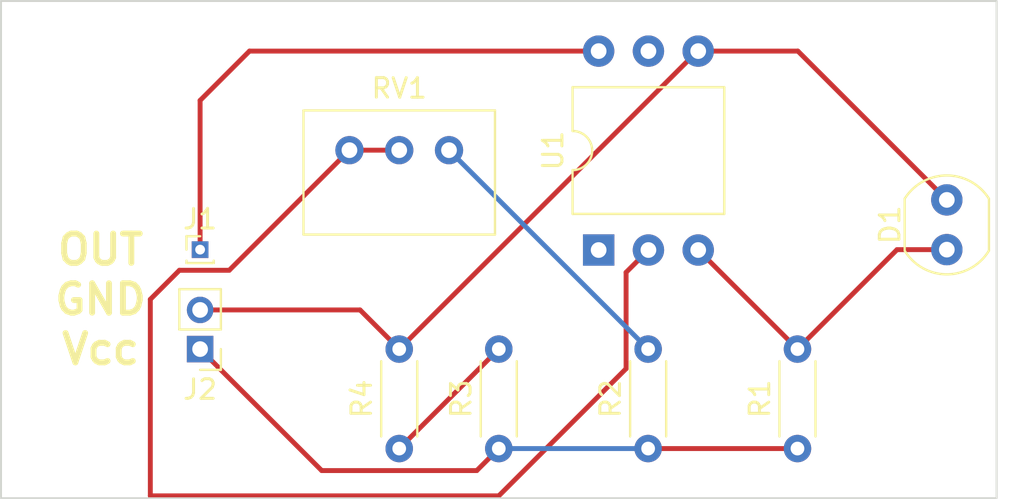
<source format=kicad_pcb>
(kicad_pcb (version 20211014) (generator pcbnew)
  (layers (0 "F.Cu" signal) (31 "B.Cu" signal) (34 "B.Paste" user) (35 "F.Paste" user) (36 "B.SilkS" user "B.Silkscreen") (37 "F.SilkS" user "F.Silkscreen") (38 "B.Mask" user) (39 "F.Mask" user) (44 "Edge.Cuts" user))
  (net 0 "")
  (net 1 "Net-(D1-Pad1)")
  (net 2 "GND")
  (net 3 "Net-(U1-Pad6)")
  (net 4 "+9V")
  (net 5 "Net-(R2-Pad2)")
  (net 6 "Net-(R3-Pad2)")
  (net 7 "Net-(RV1-Pad2)")
  (footprint "Connector_PinHeader_2.00mm:PinHeader_1x02_P2.00mm_Vertical" (layer "F.Cu") (at 111.76 78.74 180)
    (fp_text reference "J2" (at 0 -2.06) (layer "F.SilkS"))
    (fp_text value "Conn_01x02_Male")
    (fp_line (start -1.06 1) (end 1.06 1) (layer "F.SilkS") (width 0.12))
    (fp_line (start -1.06 3.06) (end 1.06 3.06) (layer "F.SilkS") (width 0.12))
    (fp_line (start -1.06 0) (end -1.06 -1.06) (layer "F.SilkS") (width 0.12))
    (fp_line (start 1.06 1) (end 1.06 3.06) (layer "F.SilkS") (width 0.12))
    (fp_line (start -1.06 -1.06) (end 0 -1.06) (layer "F.SilkS") (width 0.12))
    (fp_line (start -1.06 1) (end -1.06 3.06) (layer "F.SilkS") (width 0.12))
    (pad "1" thru_hole rect (at 0 0 180) (size 1.35 1.35) (drill 0.8) (layers *.Cu *.Mask) (net 4 "+9V"))
    (pad "2" thru_hole oval (at 0 2 180) (size 1.35 1.35) (drill 0.8) (layers *.Cu *.Mask) (net 2 "GND"))
  )
  (footprint "Package_DIP:DIP-6_W10.16mm" (layer "F.Cu") (at 132.095 73.68 90)
    (fp_text reference "U1" (at 5.08 -2.33 90) (layer "F.SilkS"))
    (fp_text value "LM741")
    (fp_line (start 4.08 -1.33) (end 1.845 -1.33) (layer "F.SilkS") (width 0.12))
    (fp_line (start 1.845 -1.33) (end 1.845 6.41) (layer "F.SilkS") (width 0.12))
    (fp_line (start 8.315 6.41) (end 8.315 -1.33) (layer "F.SilkS") (width 0.12))
    (fp_line (start 1.845 6.41) (end 8.315 6.41) (layer "F.SilkS") (width 0.12))
    (fp_line (start 8.315 -1.33) (end 6.08 -1.33) (layer "F.SilkS") (width 0.12))
    (fp_arc (start 6.08 -1.33) (mid 5.08 -0.33) (end 4.08 -1.33) (layer "F.SilkS") (width 0.12))
    (pad "1" thru_hole rect (at 0 0 90) (size 1.6 1.6) (drill 0.8) (layers *.Cu *.Mask))
    (pad "2" thru_hole oval (at 0 2.54 90) (size 1.6 1.6) (drill 0.8) (layers *.Cu *.Mask) (net 7 "Net-(RV1-Pad2)"))
    (pad "3" thru_hole oval (at 0 5.08 90) (size 1.6 1.6) (drill 0.8) (layers *.Cu *.Mask) (net 1 "Net-(D1-Pad1)"))
    (pad "4" thru_hole oval (at 10.16 5.08 90) (size 1.6 1.6) (drill 0.8) (layers *.Cu *.Mask) (net 2 "GND"))
    (pad "5" thru_hole oval (at 10.16 2.54 90) (size 1.6 1.6) (drill 0.8) (layers *.Cu *.Mask))
    (pad "6" thru_hole oval (at 10.16 0 90) (size 1.6 1.6) (drill 0.8) (layers *.Cu *.Mask) (net 3 "Net-(U1-Pad6)"))
  )
  (footprint "Resistor_THT:R_Axial_DIN0204_L3.6mm_D1.6mm_P5.08mm_Horizontal" (layer "F.Cu") (at 127 83.82 90)
    (fp_text reference "R3" (at 2.54 -1.92 90) (layer "F.SilkS"))
    (fp_text value "10k")
    (fp_line (start 0.62 -0.92) (end 4.46 -0.92) (layer "F.SilkS") (width 0.12))
    (fp_line (start 0.62 0.92) (end 4.46 0.92) (layer "F.SilkS") (width 0.12))
    (pad "1" thru_hole circle (at 0 0 90) (size 1.4 1.4) (drill 0.7) (layers *.Cu *.Mask) (net 4 "+9V"))
    (pad "2" thru_hole oval (at 5.08 0 90) (size 1.4 1.4) (drill 0.7) (layers *.Cu *.Mask) (net 6 "Net-(R3-Pad2)"))
  )
  (footprint "OptoDevice:R_LDR_4.9x4.2mm_P2.54mm_Vertical" (layer "F.Cu") (at 149.86 73.66 90)
    (fp_text reference "D1" (at 1.27 -2.9 90) (layer "F.SilkS"))
    (fp_text value "D_Photo_Filled")
    (fp_line (start -0.05 2.15) (end 2.6 2.15) (layer "F.SilkS") (width 0.12))
    (fp_line (start -0.05 -2.15) (end 2.6 -2.15) (layer "F.SilkS") (width 0.12))
    (fp_arc (start -0.05 2.15) (mid -1.262424 0.01494) (end -0.075476 -2.134388) (layer "F.SilkS") (width 0.12))
    (fp_arc (start 2.6 -2.15) (mid 3.788646 -0.016616) (end 2.628027 2.132145) (layer "F.SilkS") (width 0.12))
    (pad "1" thru_hole circle (at 0 0 90) (size 1.6 1.6) (drill 0.8) (layers *.Cu *.Mask) (net 1 "Net-(D1-Pad1)"))
    (pad "2" thru_hole circle (at 2.54 0 90) (size 1.6 1.6) (drill 0.8) (layers *.Cu *.Mask) (net 2 "GND"))
  )
  (footprint "Potentiometer_THT:Potentiometer_Bourns_3299W_Vertical" (layer "F.Cu") (at 124.46 68.58)
    (fp_text reference "RV1" (at -2.54 -3.16) (layer "F.SilkS"))
    (fp_text value "R_Potentiometer")
    (fp_line (start 2.345 -2.03) (end 2.345 4.31) (layer "F.SilkS") (width 0.12))
    (fp_line (start -7.425 -2.03) (end -7.425 4.31) (layer "F.SilkS") (width 0.12))
    (fp_line (start -7.425 -2.03) (end 2.345 -2.03) (layer "F.SilkS") (width 0.12))
    (fp_line (start -7.425 4.31) (end 2.345 4.31) (layer "F.SilkS") (width 0.12))
    (pad "1" thru_hole circle (at 0 0) (size 1.44 1.44) (drill 0.8) (layers *.Cu *.Mask) (net 5 "Net-(R2-Pad2)"))
    (pad "2" thru_hole circle (at -2.54 0) (size 1.44 1.44) (drill 0.8) (layers *.Cu *.Mask) (net 7 "Net-(RV1-Pad2)"))
    (pad "3" thru_hole circle (at -5.08 0) (size 1.44 1.44) (drill 0.8) (layers *.Cu *.Mask) (net 7 "Net-(RV1-Pad2)"))
  )
  (footprint "Resistor_THT:R_Axial_DIN0204_L3.6mm_D1.6mm_P5.08mm_Horizontal" (layer "F.Cu") (at 142.24 83.82 90)
    (fp_text reference "R1" (at 2.54 -1.92 90) (layer "F.SilkS"))
    (fp_text value "R_US")
    (fp_line (start 0.62 0.92) (end 4.46 0.92) (layer "F.SilkS") (width 0.12))
    (fp_line (start 0.62 -0.92) (end 4.46 -0.92) (layer "F.SilkS") (width 0.12))
    (pad "1" thru_hole circle (at 0 0 90) (size 1.4 1.4) (drill 0.7) (layers *.Cu *.Mask) (net 4 "+9V"))
    (pad "2" thru_hole oval (at 5.08 0 90) (size 1.4 1.4) (drill 0.7) (layers *.Cu *.Mask) (net 1 "Net-(D1-Pad1)"))
  )
  (footprint "Resistor_THT:R_Axial_DIN0204_L3.6mm_D1.6mm_P5.08mm_Horizontal" (layer "F.Cu") (at 134.62 83.82 90)
    (fp_text reference "R2" (at 2.54 -1.92 90) (layer "F.SilkS"))
    (fp_text value "R_US")
    (fp_line (start 0.62 0.92) (end 4.46 0.92) (layer "F.SilkS") (width 0.12))
    (fp_line (start 0.62 -0.92) (end 4.46 -0.92) (layer "F.SilkS") (width 0.12))
    (pad "1" thru_hole circle (at 0 0 90) (size 1.4 1.4) (drill 0.7) (layers *.Cu *.Mask) (net 4 "+9V"))
    (pad "2" thru_hole oval (at 5.08 0 90) (size 1.4 1.4) (drill 0.7) (layers *.Cu *.Mask) (net 5 "Net-(R2-Pad2)"))
  )
  (footprint "Resistor_THT:R_Axial_DIN0204_L3.6mm_D1.6mm_P5.08mm_Horizontal" (layer "F.Cu") (at 121.92 83.82 90)
    (fp_text reference "R4" (at 2.54 -1.92 90) (layer "F.SilkS"))
    (fp_text value "20k")
    (fp_line (start 0.62 -0.92) (end 4.46 -0.92) (layer "F.SilkS") (width 0.12))
    (fp_line (start 0.62 0.92) (end 4.46 0.92) (layer "F.SilkS") (width 0.12))
    (pad "1" thru_hole circle (at 0 0 90) (size 1.4 1.4) (drill 0.7) (layers *.Cu *.Mask) (net 6 "Net-(R3-Pad2)"))
    (pad "2" thru_hole oval (at 5.08 0 90) (size 1.4 1.4) (drill 0.7) (layers *.Cu *.Mask) (net 2 "GND"))
  )
  (footprint "Connector_PinHeader_1.00mm:PinHeader_1x01_P1.00mm_Vertical" (layer "F.Cu") (at 111.76 73.66)
    (fp_text reference "J1" (at 0 -1.56) (layer "F.SilkS"))
    (fp_text value "Conn_01x01_Male")
    (fp_line (start -0.695 0.685) (end -0.695 0.56) (layer "F.SilkS") (width 0.12))
    (fp_line (start -0.695 -0.685) (end 0 -0.685) (layer "F.SilkS") (width 0.12))
    (fp_line (start -0.695 0.685) (end 0.695 0.685) (layer "F.SilkS") (width 0.12))
    (fp_line (start -0.695 0) (end -0.695 -0.685) (layer "F.SilkS") (width 0.12))
    (fp_line (start 0.695 0.685) (end 0.695 0.56) (layer "F.SilkS") (width 0.12))
    (fp_line (start 0.608276 0.685) (end 0.695 0.685) (layer "F.SilkS") (width 0.12))
    (fp_line (start -0.695 0.685) (end -0.608276 0.685) (layer "F.SilkS") (width 0.12))
    (pad "1" thru_hole rect (at 0 0) (size 0.85 0.85) (drill 0.5) (layers *.Cu *.Mask) (net 3 "Net-(U1-Pad6)"))
  )
  (gr_rect (start 101.6 60.96) (end 152.4 86.36) (layer "Edge.Cuts") (width 0.1) (fill none))
  (gr_text "GND\n" (at 106.68 76.2) (layer "F.SilkS") (effects (font (size 1.5 1.5) (thickness 0.3))))
  (gr_text "Vcc" (at 106.68 78.74) (layer "F.SilkS") (effects (font (size 1.5 1.5) (thickness 0.3))))
  (gr_text "OUT\n" (at 106.68 73.66) (layer "F.SilkS") (effects (font (size 1.5 1.5) (thickness 0.3))))
  (segment (start 137.18 73.68) (end 137.175 73.68) (width 0.25) (layer "F.Cu") (net 1))
  (segment (start 147.32 73.66) (end 142.24 78.74) (width 0.25) (layer "F.Cu") (net 1))
  (segment (start 142.24 78.74) (end 137.18 73.68) (width 0.25) (layer "F.Cu") (net 1))
  (segment (start 149.86 73.66) (end 147.32 73.66) (width 0.25) (layer "F.Cu") (net 1))
  (segment (start 137.14 63.52) (end 137.175 63.52) (width 0.25) (layer "F.Cu") (net 2))
  (segment (start 137.175 63.52) (end 142.26 63.52) (width 0.25) (layer "F.Cu") (net 2))
  (segment (start 142.26 63.52) (end 149.86 71.12) (width 0.25) (layer "F.Cu") (net 2))
  (segment (start 119.92 76.74) (end 121.92 78.74) (width 0.25) (layer "F.Cu") (net 2))
  (segment (start 121.92 78.74) (end 137.14 63.52) (width 0.25) (layer "F.Cu") (net 2))
  (segment (start 111.76 76.74) (end 119.92 76.74) (width 0.25) (layer "F.Cu") (net 2))
  (segment (start 111.76 66.04) (end 114.28 63.52) (width 0.25) (layer "F.Cu") (net 3))
  (segment (start 111.76 73.66) (end 111.76 66.04) (width 0.25) (layer "F.Cu") (net 3))
  (segment (start 114.28 63.52) (end 132.095 63.52) (width 0.25) (layer "F.Cu") (net 3))
  (segment (start 125.875 84.945) (end 127 83.82) (width 0.25) (layer "F.Cu") (net 4))
  (segment (start 111.76 78.74) (end 117.965 84.945) (width 0.25) (layer "F.Cu") (net 4))
  (segment (start 117.965 84.945) (end 125.875 84.945) (width 0.25) (layer "F.Cu") (net 4))
  (segment (start 142.24 83.82) (end 134.62 83.82) (width 0.25) (layer "F.Cu") (net 4))
  (segment (start 134.62 83.82) (end 127 83.82) (width 0.25) (layer "B.Cu") (net 4))
  (segment (start 124.46 68.58) (end 134.62 78.74) (width 0.25) (layer "B.Cu") (net 5))
  (segment (start 121.92 83.82) (end 127 78.74) (width 0.25) (layer "F.Cu") (net 6))
  (segment (start 109.22 86.235) (end 109.22 76.2) (width 0.25) (layer "F.Cu") (net 7))
  (segment (start 133.495 74.82) (end 133.495 79.74) (width 0.25) (layer "F.Cu") (net 7))
  (segment (start 127 86.235) (end 109.22 86.235) (width 0.25) (layer "F.Cu") (net 7))
  (segment (start 110.70641 74.71359) (end 113.24641 74.71359) (width 0.25) (layer "F.Cu") (net 7))
  (segment (start 121.92 68.58) (end 119.38 68.58) (width 0.25) (layer "F.Cu") (net 7))
  (segment (start 134.635 73.68) (end 133.495 74.82) (width 0.25) (layer "F.Cu") (net 7))
  (segment (start 113.24641 74.71359) (end 119.38 68.58) (width 0.25) (layer "F.Cu") (net 7))
  (segment (start 133.495 79.74) (end 127 86.235) (width 0.25) (layer "F.Cu") (net 7))
  (segment (start 109.22 76.2) (end 110.70641 74.71359) (width 0.25) (layer "F.Cu") (net 7))
)
</source>
